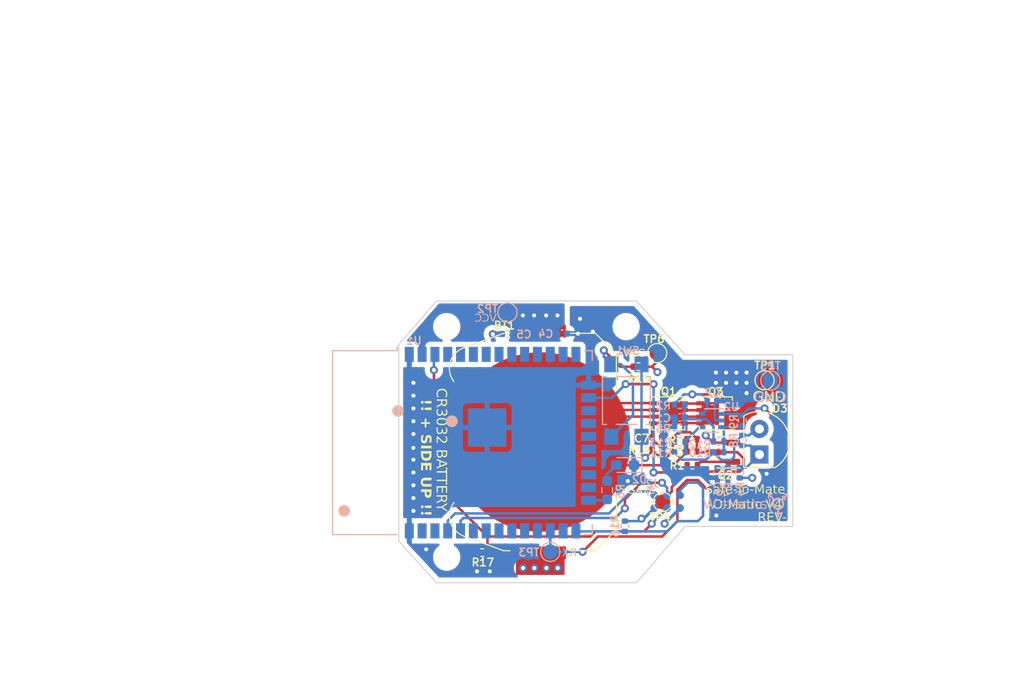
<source format=kicad_pcb>
(kicad_pcb (version 20221018) (generator pcbnew)
  (layers (0 "F.Cu" signal) (1 "In1.Cu" signal) (2 "In2.Cu" signal) (31 "B.Cu" signal) (34 "B.Paste" user) (35 "F.Paste" user) (36 "B.SilkS" user "B.Silkscreen") (37 "F.SilkS" user "F.Silkscreen") (38 "B.Mask" user) (39 "F.Mask" user) (44 "Edge.Cuts" user))
  (net 0 "")
  (net 1 "VDD")
  (net 2 "GND")
  (net 3 "Net-(BT1--)")
  (net 4 "Net-(D3-K)")
  (net 5 "Net-(D2-A)")
  (net 6 "Net-(U2--)")
  (net 7 "Net-(Q1-G)")
  (net 8 "TXD0")
  (net 9 "RXD0")
  (net 10 "Net-(Q2-B)")
  (net 11 "Net-(D3-A)")
  (net 12 "ESP32_EN")
  (net 14 "ESP32_BOOT0")
  (net 15 "ON_n")
  (net 16 "/LED")
  (net 17 "RXD2")
  (net 44 "Net-(C1-Pad1)")
  (net 45 "Net-(U2-+)")
  (net 46 "Net-(Q1-D)")
  (net 47 "Net-(Q2-C)")
  (net 48 "Net-(R15-Pad2)")
  (footprint "MountingHole:MountingHole_2.2mm_M2" (layer "F.Cu") (at 159.512 94.755)
    (fp_text reference "H4" hide)
    (fp_text value "M2")
  )
  (footprint "LED_THT:LED_D5.0mm_IRGrey" (layer "F.Cu") (at 172.72 84.582 90)
    (fp_text reference "D3")
    (fp_text value "SFH203FA")
  )
  (footprint "TestPoint:TestPoint_Pad_D1.5mm" (layer "F.Cu") (at 163.1442 89.281)
    (fp_text reference "TP4")
    (fp_text value "D1.5mm")
  )
  (footprint "Resistor_SMD:R_0402_1005Metric" (layer "F.Cu") (at 166.0398 83.058 180)
    (fp_text reference "R3")
    (fp_text value "15.8K")
  )
  (footprint "MountingHole:MountingHole_2.2mm_M2" (layer "F.Cu") (at 159.512 71.895)
    (fp_text reference "H3" hide)
    (fp_text value "M2")
  )
  (footprint "Package_SO:Vishay_PowerPAK_1212-8_Single" (layer "F.Cu") (at 163.703 80.4926)
    (fp_text reference "Q1")
    (fp_text value "SiS176DN")
  )
  (footprint "MountingHole:MountingHole_2.2mm_M2" (layer "F.Cu") (at 141.732 71.895)
    (fp_text reference "H2" hide)
    (fp_text value "M2")
  )
  (footprint "Capacitor_SMD:C_0402_1005Metric" (layer "F.Cu") (at 162.56 82.8802)
    (fp_text reference "C7")
    (fp_text value "0.1uF")
  )
  (footprint "Package_SO:Vishay_PowerPAK_1212-8_Single" (layer "F.Cu") (at 168.402 80.4926 180)
    (fp_text reference "Q3")
    (fp_text value "SiS176DN")
  )
  (footprint "Resistor_SMD:R_0402_1005Metric" (layer "F.Cu") (at 162.5854 84.0486)
    (fp_text reference "R14")
    (fp_text value "10K")
  )
  (footprint "Capacitor_SMD:C_0402_1005Metric" (layer "F.Cu") (at 166.0398 84.2772 180)
    (fp_text reference "C3")
    (fp_text value "10uF")
  )
  (footprint "TestPoint:TestPoint_Pad_D1.5mm" (layer "F.Cu") (at 162.5854 74.5236)
    (fp_text reference "TP6")
    (fp_text value "D1.5mm")
  )
  (footprint "Resistor_SMD:R_0402_1005Metric" (layer "F.Cu") (at 166.0652 85.6234)
    (fp_text reference "R1")
    (fp_text value "10K")
  )
  (footprint "Battery:BatteryHolder_Keystone_3034_1x20mm" (layer "F.Cu") (at 151.003 83.3374 -90)
    (fp_text reference "BT1")
    (fp_text value "CR2032")
  )
  (footprint "MountingHole:MountingHole_2.2mm_M2" (layer "F.Cu") (at 141.732 94.755)
    (fp_text reference "H1" hide)
    (fp_text value "M2")
  )
  (footprint "Package_TO_SOT_SMD:SOT-23" (layer "F.Cu") (at 169.1386 84.3534 180)
    (fp_text reference "Q2")
    (fp_text value "MMBT3906")
  )
  (footprint "Resistor_SMD:R_0402_1005Metric" (layer "F.Cu") (at 145.2372 94.3102)
    (fp_text reference "R17")
    (fp_text value "10K")
  )
  (footprint "Resistor_SMD:R_0402_1005Metric" (layer "F.Cu") (at 160.7312 75.8698 180)
    (fp_text reference "R15")
    (fp_text value "100")
  )
  (footprint "TestPoint:TestPoint_Pad_D1.5mm" (layer "F.Cu") (at 173.228 77.216)
    (fp_text reference "TP1")
    (fp_text value "D1.5mm")
  )
  (footprint "Resistor_SMD:R_0402_1005Metric" (layer "B.Cu") (at 164.8206 83.312 180)
    (fp_text reference "R13")
    (fp_text value "0")
  )
  (footprint "Resistor_SMD:R_0402_1005Metric" (layer "B.Cu") (at 164.8206 79.629)
    (fp_text reference "R2")
    (fp_text value "10K")
  )
  (footprint "Jarrett_Footprint_Library:ESP32-WROOM-32D_no_vias" (layer "B.Cu") (at 146.2736 83.4006 -90)
    (fp_text reference "U1")
    (fp_text value "ESP32-WROOM-32D")
  )
  (footprint "Capacitor_SMD:C_0402_1005Metric" (layer "B.Cu") (at 153.162 72.5932)
    (fp_text reference "C4")
    (fp_text value "10uF")
  )
  (footprint "Resistor_SMD:R_0402_1005Metric" (layer "B.Cu") (at 168.6814 83.2866 180)
    (fp_text reference "R12")
    (fp_text value "0")
  )
  (footprint "Resistor_SMD:R_0402_1005Metric" (layer "B.Cu") (at 170.7642 86.3854 90)
    (fp_text reference "R4")
    (fp_text value "10K")
  )
  (footprint "Connector:Tag-Connect_TC2030-IDC-NL_2x03_P1.27mm_Vertical" (layer "B.Cu") (at 163.576 89.2556)
    (fp_text reference "J2")
    (fp_text value "TC2030-IDC-NL")
  )
  (footprint "Capacitor_SMD:C_0402_1005Metric" (layer "B.Cu") (at 164.8206 80.899 180)
    (fp_text reference "C1")
    (fp_text value "0.1uF")
  )
  (footprint "Resistor_SMD:R_0402_1005Metric" (layer "B.Cu") (at 171.0182 81.2038 90)
    (fp_text reference "R9")
    (fp_text value "1Meg")
  )
  (footprint "Resistor_SMD:R_0402_1005Metric" (layer "B.Cu") (at 171.0182 83.185 90)
    (fp_text reference "R8")
    (fp_text value "10K")
  )
  (footprint "TestPoint:TestPoint_Pad_D1.5mm" (layer "B.Cu") (at 147.7518 70.485 180)
    (fp_text reference "TP2")
    (fp_text value "D1.5mm")
  )
  (footprint "Capacitor_SMD:C_0402_1005Metric" (layer "B.Cu") (at 168.5544 86.3854 -90)
    (fp_text reference "C6")
    (fp_text value "0.1uF")
  )
  (footprint "TestPoint:TestPoint_Pad_D1.5mm" (layer "B.Cu") (at 173.8122 77.2414 180)
    (fp_text reference "TP5")
    (fp_text value "D1.5mm")
  )
  (footprint "LED_SMD:LED_0603_1608Metric_Pad1.05x0.95mm_HandSolder" (layer "B.Cu") (at 159.4104 85.6234 180)
    (fp_text reference "D2")
    (fp_text value "GREEN LED")
  )
  (footprint "Resistor_SMD:R_0402_1005Metric" (layer "B.Cu") (at 164.8206 81.9404 180)
    (fp_text reference "R5")
    (fp_text value "15.8K")
  )
  (footprint "Capacitor_SMD:C_0402_1005Metric" (layer "B.Cu") (at 147.7264 72.6186 180)
    (fp_text reference "C5")
    (fp_text value "0.1uF")
  )
  (footprint "TestPoint:TestPoint_Pad_D1.5mm" (layer "B.Cu") (at 151.9936 94.234 180)
    (fp_text reference "TP3")
    (fp_text value "D1.5mm")
  )
  (footprint "Resistor_SMD:R_0603_1608Metric_Pad0.98x0.95mm_HandSolder" (layer "B.Cu") (at 157.6324 88.1126 -90)
    (fp_text reference "R6")
    (fp_text value "2K")
  )
  (footprint "Resistor_SMD:R_0402_1005Metric" (layer "B.Cu") (at 168.6814 84.3534)
    (fp_text reference "R10")
    (fp_text value "0")
  )
  (footprint "Capacitor_SMD:C_0402_1005Metric" (layer "B.Cu") (at 168.021 79.2734)
    (fp_text reference "C2")
    (fp_text value "0.1uF")
  )
  (footprint "Resistor_SMD:R_0402_1005Metric" (layer "B.Cu") (at 164.8206 84.3534)
    (fp_text reference "R11")
    (fp_text value "0")
  )
  (footprint "Resistor_SMD:R_0402_1005Metric" (layer "B.Cu") (at 169.5958 86.3854 -90)
    (fp_text reference "R7")
    (fp_text value "10K")
  )
  (footprint "Jarrett_Footprint_Library:Trans_Symbol" (layer "B.Cu") (at 174.5742 89.4588 180)
    (fp_text reference "REF**" hide)
    (fp_text value "Trans_Symbol")
  )
  (footprint "Resistor_SMD:R_0402_1005Metric" (layer "B.Cu") (at 159.385 91.694 -90)
    (fp_text reference "R16")
    (fp_text value "10K")
  )
  (footprint "Button_Switch_SMD:SW_SPST_TL3305C" (layer "B.Cu") (at 159.5374 79.2226 90)
    (fp_text reference "SW1")
    (fp_text value "TL3305CF260QG")
  )
  (footprint "Package_TO_SOT_SMD:SOT-353_SC-70-5" (layer "B.Cu") (at 167.9956 81.2038 180)
    (fp_text reference "U2")
    (fp_text value "MCP6561E-LT")
  )
  (gr_circle (center 136.906 80.264) (end 137.414 80.264) (stroke (width 0.15)) (fill solid) (layer "B.SilkS"))
  (gr_circle (center 131.572 90.17) (end 132.08 90.17) (stroke (width 0.15)) (fill solid) (layer "B.SilkS"))
  (gr_circle (center 142.24 81.28) (end 142.748 81.28) (stroke (width 0.15)) (fill solid) (layer "B.SilkS"))
  (gr_line (start 136.9822 93.1672) (end 140.716 97.295) (stroke (width 0.1)) (layer "Edge.Cuts"))
  (gr_line (start 176.022 74.689) (end 165.354 74.689) (stroke (width 0.1)) (layer "Edge.Cuts"))
  (gr_line (start 136.9822 73.6854) (end 136.9822 93.1672) (stroke (width 0.1)) (layer "Edge.Cuts"))
  (gr_line (start 176.022 91.707) (end 165.354 91.707) (stroke (width 0.1)) (layer "Edge.Cuts"))
  (gr_line (start 160.528 97.295) (end 150.622 97.295) (stroke (width 0.1)) (layer "Edge.Cuts"))
  (gr_line (start 165.354 91.707) (end 160.528 97.295) (stroke (width 0.1)) (layer "Edge.Cuts"))
  (gr_line (start 136.9822 73.6854) (end 140.716 69.355) (stroke (width 0.1)) (layer "Edge.Cuts"))
  (gr_line (start 165.354 74.689) (end 160.528 69.355) (stroke (width 0.1)) (layer "Edge.Cuts"))
  (gr_line (start 176.022 91.707) (end 176.022 74.689) (stroke (width 0.1)) (layer "Edge.Cuts"))
  (gr_line (start 140.716 97.295) (end 150.622 97.295) (stroke (width 0.1)) (layer "Edge.Cuts"))
  (gr_line (start 160.528 69.355) (end 150.622 69.355) (stroke (width 0.1)) (layer "Edge.Cuts"))
  (gr_line (start 140.716 69.355) (end 150.622 69.355) (stroke (width 0.1)) (layer "Edge.Cuts"))
  (gr_text "Jannett W" (at 173.9392 90.1446) (layer "B.SilkS") (effects (font (size 1 1)) (justify left bottom mirror)))
  (gr_text "VCC" (at 146.685 71.5264) (layer "B.SilkS") (effects (font (size 0.762 0.762) (thickness 0.127)) (justify left bottom mirror)))
  (gr_text "GND" (at 175.4124 79.5528) (layer "B.SilkS") (effects (font (size 1.016 1.016) (thickness 0.127)) (justify left bottom mirror)))
  (gr_text "RX" (at 154.6352 94.7928) (layer "B.SilkS") (effects (font (size 0.762 0.762) (thickness 0.127)) (justify left bottom mirror)))
  (gr_text "CR3032 BATTERY" (at 140.5636 77.978 270) (layer "F.SilkS") (effects (font (size 1.016 1.016) (thickness 0.127)) (justify left bottom)))
  (gr_text "Safe-To-Mate\n-O-Matic V4" (at 171.2976 90.0938) (layer "F.SilkS") (effects (font (size 0.889 0.889) (thickness 0.1875)) (justify bottom)))
  (gr_text "GND" (at 172.0342 79.502) (layer "F.SilkS") (effects (font (size 1.016 1.016) (thickness 0.127)) (justify left bottom)))
  (gr_text "GATE" (at 159.6136 88.5952) (layer "F.SilkS") (effects (font (size 0.762 0.762) (thickness 0.127)) (justify left bottom)))
  (gr_text "REV-" (at 172.5422 91.3638) (layer "F.SilkS") (effects (font (size 0.889 0.889) (thickness 0.127)) (justify left bottom)))
  (gr_text "!! + SIDE UP !!" (at 139.0142 79.0702 270) (layer "F.SilkS") (effects (font (size 1.016 1.016) (thickness 0.2032) bold) (justify left bottom)))
  (gr_text "VCC" (at 159.1818 75.0062) (layer "F.SilkS") (effects (font (size 0.762 0.762) (thickness 0.127)) (justify left bottom)))
  (segment (start 145.376 94.959) (end 147.4078 94.959) (width 0.25) (layer "F.Cu") (net 1))
  (segment (start 144.7272 94.3102) (end 145.376 94.959) (width 0.25) (layer "F.Cu") (net 1))
  (segment (start 169.571 79.5026) (end 168.6814 78.613) (width 0.25) (layer "F.Cu") (net 1))
  (segment (start 170.0761 83.4034) (end 168.112023 83.4034) (width 0.25) (layer "F.Cu") (net 1))
  (segment (start 169.837 79.5026) (end 169.571 79.5026) (width 0.25) (layer "F.Cu") (net 1))
  (segment (start 147.4078 94.959) (end 148.0444 94.3224) (width 0.25) (layer "F.Cu") (net 1))
  (segment (start 168.6814 78.613) (end 166.0652 78.613) (width 0.25) (layer "F.Cu") (net 1))
  (segment (start 148.0444 94.3224) (end 151.003 94.3224) (width 0.25) (layer "F.Cu") (net 1))
  (segment (start 161.2412 75.8698) (end 162.0774 75.8698) (width 0.25) (layer "F.Cu") (net 1))
  (segment (start 162.5854 74.5236) (end 162.5854 75.3618) (width 0.25) (layer "F.Cu") (net 1))
  (segment (start 168.112023 83.4034) (end 167.395267 82.686644) (width 0.25) (layer "F.Cu") (net 1))
  (segment (start 162.0774 75.8698) (end 162.6108 76.4032) (width 0.25) (layer "F.Cu") (net 1))
  (segment (start 162.5854 75.3618) (end 162.0774 75.8698) (width 0.25) (layer "F.Cu") (net 1))
  (via (at 149.2758 70.7898) (size 0.8) (drill 0.4) (layers "F.Cu" "B.Cu") (net 1))
  (via (at 161.036 90.932) (size 0.8) (drill 0.4) (layers "F.Cu" "B.Cu") (net 1))
  (via (at 152.7302 95.8342) (size 0.8) (drill 0.4) (layers "F.Cu" "B.Cu") (net 1))
  (via (at 151.5872 70.7898) (size 0.8) (drill 0.4) (layers "F.Cu" "B.Cu") (net 1))
  (via (at 149.3012 95.8342) (size 0.8) (drill 0.4) (layers "F.Cu" "B.Cu") (net 1))
  (via (at 151.6126 95.8342) (size 0.8) (drill 0.4) (layers "F.Cu" "B.Cu") (net 1))
  (via (at 150.3934 70.7898) (size 0.8) (drill 0.4) (layers "F.Cu" "B.Cu") (net 1))
  (via (at 166.0652 78.613) (size 0.8) (drill 0.4) (layers "F.Cu" "B.Cu") (net 1))
  (via (at 167.395267 82.686644) (size 0.8) (drill 0.4) (layers "F.Cu" "B.Cu") (net 1))
  (via (at 162.6108 76.4032) (size 0.8) (drill 0.4) (layers "F.Cu" "B.Cu") (net 1))
  (via (at 150.4188 95.8342) (size 0.8) (drill 0.4) (layers "F.Cu" "B.Cu") (net 1))
  (via (at 152.7048 70.7898) (size 0.8) (drill 0.4) (layers "F.Cu" "B.Cu") (net 1))
  (via (at 172.0088 86.8934) (size 0.8) (drill 0.4) (layers "F.Cu" "B.Cu") (net 1))
  (segment (start 165.2524 78.613) (end 164.3106 79.5548) (width 0.25) (layer "B.Cu") (net 1))
  (segment (start 160.784 91.184) (end 161.036 90.932) (width 0.25) (layer "B.Cu") (net 1))
  (segment (start 166.0652 78.613) (end 165.2524 78.613) (width 0.25) (layer "B.Cu") (net 1))
  (segment (start 167.541 79.149) (end 167.541 79.2734) (width 0.25) (layer "B.Cu") (net 1))
  (segment (start 167.541 79.2734) (end 167.541 80.0584) (width 0.25) (layer "B.Cu") (net 1))
  (segment (start 161.2646 90.932) (end 162.306 89.8906) (width 0.3048) (layer "B.Cu") (net 1))
  (segment (start 170.7662 86.8934) (end 170.7642 86.8954) (width 0.25) (layer "B.Cu") (net 1))
  (segment (start 166.0652 78.613) (end 167.005 78.613) (width 0.25) (layer "B.Cu") (net 1))
  (segment (start 167.005 78.613) (end 167.541 79.149) (width 0.25) (layer "B.Cu") (net 1))
  (segment (start 161.036 90.932) (end 161.2646 90.932) (width 0.3048) (layer "B.Cu") (net 1))
  (segment (start 167.541 80.0584) (end 167.0456 80.5538) (width 0.25) (layer "B.Cu") (net 1))
  (segment (start 164.3106 79.5548) (end 164.3106 79.629) (width 0.25) (layer "B.Cu") (net 1))
  (segment (start 172.0088 86.8934) (end 170.7662 86.8934) (width 0.25) (layer "B.Cu") (net 1))
  (segment (start 159.385 91.184) (end 160.784 91.184) (width 0.25) (layer "B.Cu") (net 1))
  (via (at 163.322 91.44) (size 0.8) (drill 0.4) (layers "F.Cu" "B.Cu") (net 2))
  (via (at 170.434 77.47) (size 0.8) (drill 0.4) (layers "F.Cu" "B.Cu") (net 2))
  (via (at 168.402 77.47) (size 0.8) (drill 0.4) (layers "F.Cu" "B.Cu") (net 2))
  (via (at 168.402 76.454) (size 0.8) (drill 0.4) (layers "F.Cu" "B.Cu") (net 2))
  (via (at 173.4312 86.487) (size 0.8) (drill 0.4) (layers "F.Cu" "B.Cu") (net 2))
  (via (at 171.45 76.454) (size 0.8) (drill 0.4) (layers "F.Cu" "B.Cu") (net 2))
  (via (at 168.4528 90.6272) (size 0.8) (drill 0.4) (layers "F.Cu" "B.Cu") (net 2))
  (via (at 145.9992 96.1644) (size 0.8) (drill 0.4) (layers "F.Cu" "B.Cu") (net 2))
  (via (at 138.43 77.47) (size 0.8) (drill 0.4) (layers "F.Cu" "B.Cu") (net 2))
  (via (at 138.43 80.01) (size 0.8) (drill 0.4) (layers "F.Cu" "B.Cu") (net 2))
  (via (at 171.45 77.47) (size 0.8) (drill 0.4) (layers "F.Cu" "B.Cu") (net 2))
  (via (at 139.7 93.98) (size 0.8) (drill 0.4) (layers "F.Cu" "B.Cu") (net 2))
  (via (at 138.43 82.55) (size 0.8) (drill 0.4) (layers "F.Cu" "B.Cu") (net 2))
  (via (at 138.41857 83.925477) (size 0.8) (drill 0.4) (layers "F.Cu" "B.Cu") (net 2))
  (via (at 138.43 78.74) (size 0.8) (drill 0.4) (layers "F.Cu" "B.Cu") (net 2))
  (via (at 146.304 72.644) (size 0.8) (drill 0.4) (layers "F.Cu" "B.Cu") (net 2))
  (via (at 138.43 87.63) (size 0.8) (drill 0.4) (layers "F.Cu" "B.Cu") (net 2))
  (via (at 156.21 72.39) (size 0.8) (drill 0.4) (layers "F.Cu" "B.Cu") (net 2))
  (via (at 138.43 85.09) (size 0.8) (drill 0.4) (layers "F.Cu" "B.Cu") (net 2))
  (via (at 138.43 88.9) (size 0.8) (drill 0.4) (layers "F.Cu" "B.Cu") (net 2))
  (via (at 169.418 76.454) (size 0.8) (drill 0.4) (layers "F.Cu" "B.Cu") (net 2))
  (via (at 138.43 90.17) (size 0.8) (drill 0.4) (layers "F.Cu" "B.Cu") (net 2))
  (via (at 144.7292 96.1644) (size 0.8) (drill 0.4) (layers "F.Cu" "B.Cu") (net 2))
  (via (at 169.418 77.47) (size 0.8) (drill 0.4) (layers "F.Cu" "B.Cu") (net 2))
  (via (at 170.434 76.454) (size 0.8) (drill 0.4) (layers "F.Cu" "B.Cu") (net 2))
  (via (at 138.43 81.28) (size 0.8) (drill 0.4) (layers "F.Cu" "B.Cu") (net 2))
  (via (at 154.94 71.12) (size 0.8) (drill 0.4) (layers "F.Cu" "B.Cu") (net 2))
  (via (at 171.45 78.486) (size 0.8) (drill 0.4) (layers "F.Cu" "B.Cu") (net 2))
  (via (at 154.7368 72.5932) (size 0.8) (drill 0.4) (layers "F.Cu" "B.Cu") (net 2))
  (via (at 159.679553 87.204954) (size 0.8) (drill 0.4) (layers "F.Cu" "B.Cu") (net 2))
  (via (at 138.43 86.36) (size 0.8) (drill 0.4) (layers "F.Cu" "B.Cu") (net 2))
  (segment (start 168.2956 79.4788) (end 168.2956 81.0788) (width 0.25) (layer "B.Cu") (net 2))
  (segment (start 168.2956 81.0788) (end 168.4206 81.2038) (width 0.25) (layer "B.Cu") (net 2))
  (segment (start 164.846 89.916) (end 164.846 89.8906) (width 0.3048) (layer "B.Cu") (net 2))
  (segment (start 160.2854 85.6234) (end 160.2854 86.599107) (width 0.25) (layer "B.Cu") (net 2))
  (segment (start 163.322 91.44) (end 164.846 89.916) (width 0.3048) (layer "B.Cu") (net 2))
  (segment (start 160.2854 86.599107) (end 159.679553 87.204954) (width 0.25) (layer "B.Cu") (net 2))
  (segment (start 168.501 79.2734) (end 168.2956 79.4788) (width 0.25) (layer "B.Cu") (net 2))
  (segment (start 146.9655 72.644) (end 146.304 72.644) (width 0.508) (layer "B.Cu") (net 2))
  (segment (start 168.4206 81.2038) (end 168.9456 81.2038) (width 0.25) (layer "B.Cu") (net 2))
  (segment (start 162.2678 80.1624) (end 162.268 80.1626) (width 0.25) (layer "F.Cu") (net 3))
  (segment (start 158.9747 79.4766) (end 162.3861 79.4766) (width 0.25) (layer "F.Cu") (net 3))
  (segment (start 164.1998 85.6372) (end 153.3028 85.6372) (width 0.25) (layer "F.Cu") (net 3))
  (segment (start 165.5598 84.2772) (end 164.1998 85.6372) (width 0.25) (layer "F.Cu") (net 3))
  (segment (start 151.2824 83.058) (end 151.003 83.3374) (width 0.25) (layer "F.Cu") (net 3))
  (segment (start 159.4039 80.8224) (end 162.0073 80.8224) (width 0.25) (layer "F.Cu") (net 3))
  (segment (start 165.5598 83.088) (end 165.5298 83.058) (width 0.25) (layer "F.Cu") (net 3))
  (segment (start 153.3028 85.6372) (end 151.003 83.3374) (width 0.25) (layer "F.Cu") (net 3))
  (segment (start 165.5598 84.2772) (end 165.5598 83.088) (width 0.25) (layer "F.Cu") (net 3))
  (segment (start 158.9239 80.1624) (end 162.3353 80.1624) (width 0.25) (layer "F.Cu") (net 3))
  (segment (start 168.5544 85.9054) (end 170.7342 85.9054) (width 0.25) (layer "B.Cu") (net 4))
  (segment (start 171.0182 83.695) (end 171.833 83.695) (width 0.25) (layer "B.Cu") (net 4))
  (segment (start 171.4266 85.8754) (end 172.4152 84.8868) (width 0.25) (layer "B.Cu") (net 4))
  (segment (start 171.833 83.695) (end 172.72 84.582) (width 0.25) (layer "B.Cu") (net 4))
  (segment (start 170.7642 85.8754) (end 171.4266 85.8754) (width 0.25) (layer "B.Cu") (net 4))
  (segment (start 157.6324 86.5264) (end 158.5354 85.6234) (width 0.25) (layer "B.Cu") (net 5))
  (segment (start 157.6324 87.2001) (end 157.6324 86.5264) (width 0.25) (layer "B.Cu") (net 5))
  (segment (start 167.0456 81.8538) (end 166.7888 81.8538) (width 0.25) (layer "B.Cu") (net 6))
  (segment (start 165.3306 83.312) (end 165.3306 84.3534) (width 0.25) (layer "B.Cu") (net 6))
  (segment (start 166.7888 81.8538) (end 165.3306 83.312) (width 0.25) (layer "B.Cu") (net 6))
  (segment (start 162.08 83.0332) (end 163.0954 84.0486) (width 0.25) (layer "F.Cu") (net 7))
  (segment (start 162.08 82.8802) (end 162.08 83.0332) (width 0.25) (layer "F.Cu") (net 7))
  (segment (start 162.08 82.8802) (end 162.08 81.6706) (width 0.25) (layer "F.Cu") (net 7))
  (segment (start 162.08 81.6706) (end 162.268 81.4826) (width 0.25) (layer "F.Cu") (net 7))
  (segment (start 162.268 81.4826) (end 162.6102 81.4826) (width 0.25) (layer "F.Cu") (net 7))
  (segment (start 161.912301 88.226901) (end 160.007299 88.226901) (width 0.25) (layer "B.Cu") (net 8))
  (segment (start 157.8102 90.424) (end 142.5602 90.424) (width 0.25) (layer "B.Cu") (net 8))
  (segment (start 141.8336 91.1506) (end 141.8336 92.1506) (width 0.25) (layer "B.Cu") (net 8))
  (segment (start 142.5602 90.424) (end 141.8336 91.1506) (width 0.25) (layer "B.Cu") (net 8))
  (segment (start 162.306 88.6206) (end 161.912301 88.226901) (width 0.25) (layer "B.Cu") (net 8))
  (segment (start 160.007299 88.226901) (end 157.8102 90.424) (width 0.25) (layer "B.Cu") (net 8))
  (segment (start 159.385 89.027) (end 161.036 87.376) (width 0.25) (layer "F.Cu") (net 9))
  (segment (start 159.385 89.916) (end 159.385 89.027) (width 0.25) (layer "F.Cu") (net 9))
  (segment (start 161.036 87.376) (end 163.068 87.376) (width 0.25) (layer "F.Cu") (net 9))
  (via (at 163.068 87.376) (size 0.8) (drill 0.4) (layers "F.Cu" "B.Cu") (net 9))
  (via (at 159.385 89.916) (size 0.8) (drill 0.4) (layers "F.Cu" "B.Cu") (net 9))
  (segment (start 158.427 90.874) (end 143.3802 90.874) (width 0.25) (layer "B.Cu") (net 9))
  (segment (start 163.576 88.6206) (end 163.576 87.884) (width 0.25) (layer "B.Cu") (net 9))
  (segment (start 159.385 89.916) (end 158.427 90.874) (width 0.25) (layer "B.Cu") (net 9))
  (segment (start 163.576 87.884) (end 163.068 87.376) (width 0.25) (layer "B.Cu") (net 9))
  (segment (start 143.1036 91.1506) (end 143.1036 92.1506) (width 0.25) (layer "B.Cu") (net 9))
  (segment (start 143.3802 90.874) (end 143.1036 91.1506) (width 0.25) (layer "B.Cu") (net 9))
  (segment (start 170.0761 85.3034) (end 166.8952 85.3034) (width 0.25) (layer "F.Cu") (net 10))
  (segment (start 166.8952 85.3034) (end 166.5752 85.6234) (width 0.25) (layer "F.Cu") (net 10))
  (segment (start 164.3106 84.3534) (end 165.0472 85.09) (width 0.25) (layer "B.Cu") (net 11))
  (segment (start 171.0182 82.675) (end 170.213662 83.479538) (width 0.25) (layer "B.Cu") (net 11))
  (segment (start 172.3371 82.4249) (end 172.72 82.042) (width 0.25) (layer "B.Cu") (net 11))
  (segment (start 172.339 82.042) (end 172.72 82.042) (width 0.25) (layer "B.Cu") (net 11))
  (segment (start 169.926 85.1154) (end 168.9334 85.1154) (width 0.25) (layer "B.Cu") (net 11))
  (segment (start 171.0182 82.675) (end 171.706 82.675) (width 0.25) (layer "B.Cu") (net 11))
  (segment (start 167.4348 85.09) (end 168.1714 84.3534) (width 0.25) (layer "B.Cu") (net 11))
  (segment (start 170.213662 83.479538) (end 170.213662 84.827738) (width 0.25) (layer "B.Cu") (net 11))
  (segment (start 165.0472 85.09) (end 167.4348 85.09) (width 0.25) (layer "B.Cu") (net 11))
  (segment (start 168.9334 85.1154) (end 168.1714 84.3534) (width 0.25) (layer "B.Cu") (net 11))
  (segment (start 171.706 82.675) (end 172.339 82.042) (width 0.25) (layer "B.Cu") (net 11))
  (segment (start 170.213662 84.827738) (end 169.926 85.1154) (width 0.25) (layer "B.Cu") (net 11))
  (segment (start 140.462 87.4014) (end 140.462 76.2) (width 0.25) (layer "F.Cu") (net 12))
  (segment (start 162.052 91.44) (end 161.29 92.202) (width 0.25) (layer "F.Cu") (net 12))
  (segment (start 145.7706 92.71) (end 140.462 87.4014) (width 0.25) (layer "F.Cu") (net 12))
  (segment (start 161.29 92.202) (end 156.464 92.202) (width 0.25) (layer "F.Cu") (net 12))
  (segment (start 155.956 92.71) (end 145.7706 92.71) (width 0.25) (layer "F.Cu") (net 12))
  (segment (start 145.7706 92.71) (end 145.7706 94.2868) (width 0.25) (layer "F.Cu") (net 12))
  (segment (start 145.7706 94.2868) (end 145.7472 94.3102) (width 0.25) (layer "F.Cu") (net 12))
  (segment (start 156.464 92.202) (end 155.956 92.71) (width 0.25) (layer "F.Cu") (net 12))
  (via (at 140.462 76.2) (size 0.8) (drill 0.4) (layers "F.Cu" "B.Cu") (net 12))
  (via (at 162.052 91.44) (size 0.8) (drill 0.4) (layers "F.Cu" "B.Cu") (net 12))
  (segment (start 140.462 74.7522) (end 140.5636 74.6506) (width 0.25) (layer "B.Cu") (net 12))
  (segment (start 163.576 89.8906) (end 163.576 90.144204) (width 0.25) (layer "B.Cu") (net 12))
  (segment (start 163.576 89.8906) (end 163.576 89.916) (width 0.25) (layer "B.Cu") (net 12))
  (segment (start 163.576 89.916) (end 162.052 91.44) (width 0.25) (layer "B.Cu") (net 12))
  (segment (start 140.462 76.2) (end 140.462 74.7522) (width 0.25) (layer "B.Cu") (net 12))
  (segment (start 167.132 90.678) (end 166.624 91.186) (width 0.25) (layer "B.Cu") (net 14))
  (segment (start 164.047 91.731) (end 164.047 91.740305) (width 0.25) (layer "B.Cu") (net 14))
  (segment (start 166.624 91.186) (end 164.592 91.186) (width 0.25) (layer "B.Cu") (net 14))
  (segment (start 165.6147 87.3693) (end 166.6173 87.3693) (width 0.25) (layer "B.Cu") (net 14))
  (segment (start 166.6173 87.3693) (end 167.132 87.884) (width 0.25) (layer "B.Cu") (net 14))
  (segment (start 164.592 91.186) (end 164.047 91.731) (width 0.25) (layer "B.Cu") (net 14))
  (segment (start 167.132 87.884) (end 167.132 90.678) (width 0.25) (layer "B.Cu") (net 14))
  (segment (start 154.585 92.202) (end 154.5336 92.1506) (width 0.25) (layer "B.Cu") (net 14))
  (segment (start 163.585305 92.202) (end 154.585 92.202) (width 0.25) (layer "B.Cu") (net 14))
  (segment (start 164.846 88.6206) (end 164.846 88.138) (width 0.25) (layer "B.Cu") (net 14))
  (segment (start 164.846 88.138) (end 165.6147 87.3693) (width 0.25) (layer "B.Cu") (net 14))
  (segment (start 164.047 91.740305) (end 163.585305 92.202) (width 0.25) (layer "B.Cu") (net 14))
  (segment (start 165.5552 85.6234) (end 164.8169 86.3617) (width 0.25) (layer "F.Cu") (net 15))
  (segment (start 159.4612 77.597) (end 162.2298 77.597) (width 0.25) (layer "F.Cu") (net 15))
  (segment (start 164.8169 86.3617) (end 162.2298 86.3617) (width 0.25) (layer "F.Cu") (net 15))
  (via (at 159.4612 77.597) (size 0.8) (drill 0.4) (layers "F.Cu" "B.Cu") (net 15))
  (via (at 162.2298 86.3617) (size 0.8) (drill 0.4) (layers "F.Cu" "B.Cu") (net 15))
  (via (at 162.2298 77.597) (size 0.8) (drill 0.4) (layers "F.Cu" "B.Cu") (net 15))
  (segment (start 162.2298 77.597) (end 162.2298 86.3617) (width 0.25) (layer "B.Cu") (net 15))
  (segment (start 158.0976 78.9606) (end 159.4612 77.597) (width 0.25) (layer "B.Cu") (net 15))
  (segment (start 155.7836 78.9606) (end 158.0976 78.9606) (width 0.25) (layer "B.Cu") (net 15))
  (segment (start 157.5369 89.1206) (end 157.6324 89.0251) (width 0.25) (layer "B.Cu") (net 16))
  (segment (start 155.7836 89.1206) (end 157.5369 89.1206) (width 0.25) (layer "B.Cu") (net 16))
  (segment (start 165.5318 87.122) (end 164.592 88.0618) (width 0.25) (layer "F.Cu") (net 17))
  (segment (start 163.077305 92.71) (end 156.718 92.71) (width 0.25) (layer "F.Cu") (net 17))
  (segment (start 173.228 80.01) (end 174.752 81.534) (width 0.25) (layer "F.Cu") (net 17))
  (segment (start 173.2026 87.9094) (end 167.4114 87.9094) (width 0.25) (layer "F.Cu") (net 17))
  (segment (start 156.718 92.71) (end 155.194 94.234) (width 0.25) (layer "F.Cu") (net 17))
  (segment (start 164.592 91.195305) (end 163.077305 92.71) (width 0.25) (layer "F.Cu") (net 17))
  (segment (start 174.752 81.534) (end 174.752 86.36) (width 0.25) (layer "F.Cu") (net 17))
  (segment (start 166.624 87.122) (end 165.5318 87.122) (width 0.25) (layer "F.Cu") (net 17))
  (segment (start 164.592 88.0618) (end 164.592 91.195305) (width 0.25) (layer "F.Cu") (net 17))
  (segment (start 174.752 86.36) (end 173.2026 87.9094) (width 0.25) (layer "F.Cu") (net 17))
  (segment (start 167.4114 87.9094) (end 166.624 87.122) (width 0.25) (layer "F.Cu") (net 17))
  (via (at 155.194 94.234) (size 0.8) (drill 0.4) (layers "F.Cu" "B.Cu") (net 17))
  (via (at 173.228 80.01) (size 0.8) (drill 0.4) (layers "F.Cu" "B.Cu") (net 17))
  (segment (start 151.9936 94.234) (end 151.9936 92.1506) (width 0.25) (layer "B.Cu") (net 17))
  (segment (start 171.702 80.01) (end 171.0182 80.6938) (width 0.25) (layer "B.Cu") (net 17))
  (segment (start 151.9936 94.234) (end 155.194 94.234) (width 0.25) (layer "B.Cu") (net 17))
  (segment (start 168.9456 80.5538) (end 170.8782 80.5538) (width 0.25) (layer "B.Cu") (net 17))
  (segment (start 173.228 80.01) (end 171.702 80.01) (width 0.25) (layer "B.Cu") (net 17))
  (segment (start 170.8782 80.5538) (end 171.0182 80.6938) (width 0.25) (layer "B.Cu") (net 17))
  (segment (start 164.3106 83.312) (end 164.3106 82.9604) (width 0.25) (layer "B.Cu") (net 44))
  (segment (start 165.3306 81.9404) (end 165.3306 80.929) (width 0.25) (layer "B.Cu") (net 44))
  (segment (start 165.3006 80.899) (end 165.3006 79.659) (width 0.25) (layer "B.Cu") (net 44))
  (segment (start 165.3306 80.929) (end 165.3006 80.899) (width 0.25) (layer "B.Cu") (net 44))
  (segment (start 165.3006 79.659) (end 165.3306 79.629) (width 0.25) (layer "B.Cu") (net 44))
  (segment (start 168.1714 81.8046) (end 167.4456 81.0788) (width 0.25) (layer "B.Cu") (net 44))
  (segment (start 165.4804 81.0788) (end 165.3006 80.899) (width 0.25) (layer "B.Cu") (net 44))
  (segment (start 167.4456 81.0788) (end 165.4804 81.0788) (width 0.25) (layer "B.Cu") (net 44))
  (segment (start 164.3106 82.9604) (end 165.3306 81.9404) (width 0.25) (layer "B.Cu") (net 44))
  (segment (start 168.1714 83.2866) (end 168.1714 81.8046) (width 0.25) (layer "B.Cu") (net 44))
  (segment (start 171.0182 81.7138) (end 170.8782 81.8538) (width 0.25) (layer "B.Cu") (net 45))
  (segment (start 170.8782 81.8538) (end 168.9456 81.8538) (width 0.25) (layer "B.Cu") (net 45))
  (segment (start 169.1914 84.3534) (end 169.1914 83.2866) (width 0.25) (layer "B.Cu") (net 45))
  (segment (start 169.1914 82.0996) (end 168.9456 81.8538) (width 0.25) (layer "B.Cu") (net 45))
  (segment (start 169.1914 83.2866) (end 169.1914 82.0996) (width 0.25) (layer "B.Cu") (net 45))
  (segment (start 163.04 81.9684) (end 164.2605 80.7479) (width 0.25) (layer "F.Cu") (net 46))
  (segment (start 163.04 82.8802) (end 163.04 81.9684) (width 0.25) (layer "F.Cu") (net 46))
  (segment (start 167.5016 79.5274) (end 164.578 79.5274) (width 0.25) (layer "F.Cu") (net 46))
  (segment (start 167.8445 80.4926) (end 167.5143 80.8228) (width 0.25) (layer "F.Cu") (net 46))
  (segment (start 164.2605 80.7479) (end 164.2605 80.4926) (width 0.25) (layer "F.Cu") (net 46))
  (segment (start 164.5907 80.8228) (end 164.2605 80.4926) (width 0.25) (layer "F.Cu") (net 46))
  (segment (start 167.5016 80.1878) (end 164.578 80.1878) (width 0.25) (layer "F.Cu") (net 46))
  (segment (start 167.0814 80.1626) (end 168.4782 81.5594) (width 0.25) (layer "F.Cu") (net 46))
  (segment (start 167.5016 81.4578) (end 164.578 81.4578) (width 0.25) (layer "F.Cu") (net 46))
  (segment (start 167.5143 80.8228) (end 164.5907 80.8228) (width 0.25) (layer "F.Cu") (net 46))
  (segment (start 165.5472 86.2684) (end 164.0332 87.7824) (width 0.25) (layer "F.Cu") (net 47))
  (segment (start 164.0332 88.2396) (end 163.1442 89.1286) (width 0.25) (layer "F.Cu") (net 47))
  (segment (start 163.6268 84.7344) (end 162.7612 84.7344) (width 0.25) (layer "F.Cu") (net 47))
  (segment (start 171.1706 85.8774) (end 170.7796 86.2684) (width 0.25) (layer "F.Cu") (net 47))
  (segment (start 164.1348 84.2264) (end 163.6268 84.7344) (width 0.25) (layer "F.Cu") (net 47))
  (segment (start 162.0754 84.0486) (end 162.0754 84.2284) (width 0.25) (layer "F.Cu") (net 47))
  (segment (start 164.0332 87.7824) (end 164.0332 88.2396) (width 0.25) (layer "F.Cu") (net 47))
  (segment (start 166.596 84.3534) (end 166.5198 84.2772) (width 0.25) (layer "F.Cu") (net 47))
  (segment (start 165.864 82.3722) (end 164.6936 82.3722) (width 0.25) (layer "F.Cu") (net 47))
  (segment (start 162.7612 84.7344) (end 162.0754 84.0486) (width 0.25) (layer "F.Cu") (net 47))
  (segment (start 168.2011 84.3534) (end 170.535351 84.3534) (width 0.25) (layer "F.Cu") (net 47))
  (segment (start 164.1348 82.931) (end 164.1348 84.2264) (width 0.25) (layer "F.Cu") (net 47))
  (segment (start 168.2011 84.3534) (end 166.596 84.3534) (width 0.25) (layer "F.Cu") (net 47))
  (segment (start 166.5498 83.058) (end 165.864 82.3722) (width 0.25) (layer "F.Cu") (net 47))
  (segment (start 162.0754 84.2284) (end 161.3916 84.9122) (width 0.25) (layer "F.Cu") (net 47))
  (segment (start 164.6936 82.3722) (end 164.1348 82.931) (width 0.25) (layer "F.Cu") (net 47))
  (segment (start 166.5198 83.088) (end 166.5498 83.058) (width 0.25) (layer "F.Cu") (net 47))
  (segment (start 171.1706 84.988649) (end 171.1706 85.8774) (width 0.25) (layer "F.Cu") (net 47))
  (segment (start 166.5198 84.2772) (end 166.5198 83.088) (width 0.25) (layer "F.Cu") (net 47))
  (segment (start 170.535351 84.3534) (end 171.1706 84.988649) (width 0.25) (layer "F.Cu") (net 47))
  (segment (start 163.1442 89.1286) (end 163.1442 89.281) (width 0.25) (layer "F.Cu") (net 47))
  (segment (start 170.7796 86.2684) (end 165.5472 86.2684) (width 0.25) (layer "F.Cu") (net 47))
  (via (at 161.3916 84.9122) (size 0.8) (drill 0.4) (layers "F.Cu" "B.Cu") (net 47))
  (segment (start 161.0374 84.558) (end 161.0374 82.8226) (width 0.25) (layer "B.Cu") (net 47))
  (segment (start 161.3916 84.9122) (end 161.0374 84.558) (width 0.25) (layer "B.Cu") (net 47))
  (segment (start 161.222 75.438) (end 161.0374 75.6226) (width 0.25) (layer "B.Cu") (net 47))
  (segment (start 160.9968 75.6632) (end 161.0374 75.6226) (width 0.25) (layer "B.Cu") (net 47))
  (segment (start 161.0374 75.6226) (end 161.0374 82.8226) (width 0.25) (layer "B.Cu") (net 47))
  (segment (start 158.9278 75.8698) (end 157.3022 74.2442) (width 0.25) (layer "F.Cu") (net 48))
  (segment (start 160.2212 75.8698) (end 158.9278 75.8698) (width 0.25) (layer "F.Cu") (net 48))
  (via (at 157.3022 74.2442) (size 0.8) (drill 0.4) (layers "F.Cu" "B.Cu") (net 48))
  (segment (start 157.3022 74.2442) (end 157.3022 74.8874) (width 0.25) (layer "B.Cu") (net 48))
  (segment (start 160.1862 76.8214) (end 160.1862 80.6738) (width 0.25) (layer "B.Cu") (net 48))
  (segment (start 157.3022 74.8874) (end 158.0374 75.6226) (width 0.25) (layer "B.Cu") (net 48))
  (segment (start 158.0374 75.6226) (end 158.9874 75.6226) (width 0.25) (layer "B.Cu") (net 48))
  (segment (start 158.9874 75.6226) (end 160.1862 76.8214) (width 0.25) (layer "B.Cu") (net 48))
  (segment (start 160.1862 80.6738) (end 158.0374 82.8226) (width 0.25) (layer "B.Cu") (net 48))
  (zone (net 2) (net_name "GND") (layer "F.Cu") (priority 2) (connect_pads yes (clearance 0.508)) (min_thickness 0.25) (fill yes (thermal_gap 0.5) (thermal_bridge_width 0.5))
    (polygon (pts (xy 167.9956 82.1182) (xy 167.9956 75.7682) (xy 175.1076 75.7682) (xy 175.1076 82.1182)))
  )
  (zone (net 1) (net_name "VDD") (layer "F.Cu") (priority 2) (connect_pads yes (clearance 0.508)) (min_thickness 0.25) (fill yes (thermal_gap 0.5) (thermal_bridge_width 0.5))
    (polygon (pts (xy 148.59 71.882) (xy 148.59 70.104) (xy 153.416 70.104) (xy 153.416 71.882)))
  )
  (zone (net 1) (net_name "VDD") (layer "F.Cu") (priority 2) (connect_pads yes (clearance 0.508)) (min_thickness 0.25) (fill yes (thermal_gap 0.5) (thermal_bridge_width 0.5))
    (polygon (pts (xy 153.416 94.742) (xy 153.416 96.52) (xy 148.59 96.52) (xy 148.59 94.742)))
  )
  (zone (net 1) (net_name "VDD") (layer "B.Cu") (priority 3) (connect_pads yes (clearance 0.508)) (min_thickness 0.25) (fill yes (thermal_gap 0.5) (thermal_bridge_width 0.5))
    (polygon (pts (xy 137.414 75.184) (xy 137.414 73.66) (xy 140.97 69.596) (xy 153.416 69.596) (xy 153.416 73.914) (xy 139.7 73.914) (xy 139.7 75.184)))
  )
  (zone (net 2) (net_name "GND") (layer "B.Cu") (connect_pads (clearance 0.508)) (min_thickness 0.254) (fill yes (thermal_gap 0.508) (thermal_bridge_width 0.508))
    (polygon (pts (xy 137.414 73.914) (xy 137.414 92.964) (xy 140.97 96.774) (xy 160.274 96.774) (xy 165.1 91.186) (xy 175.514 91.186) (xy 175.514 75.184) (xy 165.1 75.184) (xy 160.274 69.85) (xy 140.97 69.85)))
  )
)
</source>
